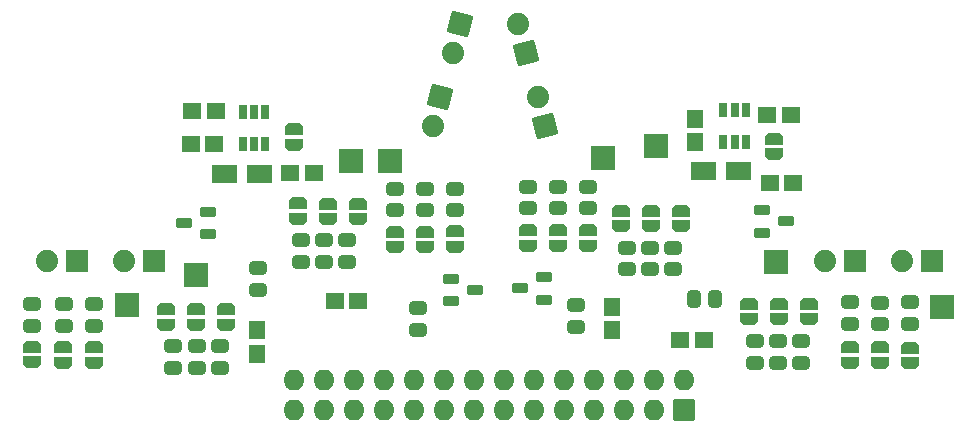
<source format=gbr>
%TF.GenerationSoftware,KiCad,Pcbnew,8.0.0*%
%TF.CreationDate,2024-03-23T23:06:13+02:00*%
%TF.ProjectId,test,74657374-2e6b-4696-9361-645f70636258,rev?*%
%TF.SameCoordinates,Original*%
%TF.FileFunction,Soldermask,Top*%
%TF.FilePolarity,Negative*%
%FSLAX46Y46*%
G04 Gerber Fmt 4.6, Leading zero omitted, Abs format (unit mm)*
G04 Created by KiCad (PCBNEW 8.0.0) date 2024-03-23 23:06:13*
%MOMM*%
%LPD*%
G01*
G04 APERTURE LIST*
G04 Aperture macros list*
%AMRoundRect*
0 Rectangle with rounded corners*
0 $1 Rounding radius*
0 $2 $3 $4 $5 $6 $7 $8 $9 X,Y pos of 4 corners*
0 Add a 4 corners polygon primitive as box body*
4,1,4,$2,$3,$4,$5,$6,$7,$8,$9,$2,$3,0*
0 Add four circle primitives for the rounded corners*
1,1,$1+$1,$2,$3*
1,1,$1+$1,$4,$5*
1,1,$1+$1,$6,$7*
1,1,$1+$1,$8,$9*
0 Add four rect primitives between the rounded corners*
20,1,$1+$1,$2,$3,$4,$5,0*
20,1,$1+$1,$4,$5,$6,$7,0*
20,1,$1+$1,$6,$7,$8,$9,0*
20,1,$1+$1,$8,$9,$2,$3,0*%
%AMFreePoly0*
4,1,35,0.528284,0.778284,0.540000,0.750000,0.540000,-0.750000,0.528284,-0.778284,0.500000,-0.790000,0.000000,-0.790000,-0.012286,-0.784911,-0.071157,-0.784911,-0.082426,-0.783291,-0.218977,-0.743196,-0.229334,-0.738466,-0.349056,-0.661525,-0.357660,-0.654069,-0.450857,-0.546514,-0.457012,-0.536936,-0.516131,-0.407482,-0.519339,-0.396559,-0.539593,-0.255693,-0.540000,-0.250000,-0.540000,0.250000,
-0.539593,0.255693,-0.519339,0.396559,-0.516131,0.407482,-0.457012,0.536936,-0.450857,0.546514,-0.357660,0.654069,-0.349056,0.661525,-0.229334,0.738466,-0.218977,0.743196,-0.082426,0.783291,-0.071157,0.784911,-0.012286,0.784911,0.000000,0.790000,0.500000,0.790000,0.528284,0.778284,0.528284,0.778284,$1*%
%AMFreePoly1*
4,1,35,0.012286,0.784911,0.071157,0.784911,0.082426,0.783291,0.218977,0.743196,0.229334,0.738466,0.349056,0.661525,0.357660,0.654069,0.450857,0.546514,0.457012,0.536936,0.516131,0.407482,0.519339,0.396559,0.539593,0.255693,0.540000,0.250000,0.540000,-0.250000,0.539593,-0.255693,0.519339,-0.396559,0.516131,-0.407482,0.457012,-0.536936,0.450857,-0.546514,0.357660,-0.654069,
0.349056,-0.661525,0.229334,-0.738466,0.218977,-0.743196,0.082426,-0.783291,0.071157,-0.784911,0.012286,-0.784911,0.000000,-0.790000,-0.500000,-0.790000,-0.528284,-0.778284,-0.540000,-0.750000,-0.540000,0.750000,-0.528284,0.778284,-0.500000,0.790000,0.000000,0.790000,0.012286,0.784911,0.012286,0.784911,$1*%
%AMFreePoly2*
4,1,16,0.528284,0.778284,0.533282,0.772188,1.033282,0.022188,1.039223,-0.007845,1.033282,-0.022188,0.533282,-0.772188,0.507845,-0.789223,0.500000,-0.790000,-0.500000,-0.790000,-0.528284,-0.778284,-0.540000,-0.750000,-0.540000,0.750000,-0.528284,0.778284,-0.500000,0.790000,0.500000,0.790000,0.528284,0.778284,0.528284,0.778284,$1*%
G04 Aperture macros list end*
%ADD10FreePoly0,90.000000*%
%ADD11FreePoly1,90.000000*%
%ADD12R,1.500000X1.500000*%
%ADD13FreePoly2,180.000000*%
%ADD14FreePoly2,0.000000*%
%ADD15RoundRect,0.269512X0.470488X-0.282988X0.470488X0.282988X-0.470488X0.282988X-0.470488X-0.282988X0*%
%ADD16RoundRect,0.269512X-0.470488X0.282988X-0.470488X-0.282988X0.470488X-0.282988X0.470488X0.282988X0*%
%ADD17RoundRect,0.269512X-0.282988X-0.470488X0.282988X-0.470488X0.282988X0.470488X-0.282988X0.470488X0*%
%ADD18RoundRect,0.040000X-0.705000X-0.675000X0.705000X-0.675000X0.705000X0.675000X-0.705000X0.675000X0*%
%ADD19RoundRect,0.040000X-1.000000X-1.000000X1.000000X-1.000000X1.000000X1.000000X-1.000000X1.000000X0*%
%ADD20RoundRect,0.040000X0.705000X0.675000X-0.705000X0.675000X-0.705000X-0.675000X0.705000X-0.675000X0*%
%ADD21RoundRect,0.040000X0.900000X0.900000X-0.900000X0.900000X-0.900000X-0.900000X0.900000X-0.900000X0*%
%ADD22C,1.880000*%
%ADD23RoundRect,0.040000X1.102270X-0.636396X0.636396X1.102270X-1.102270X0.636396X-0.636396X-1.102270X0*%
%ADD24FreePoly0,270.000000*%
%ADD25FreePoly1,270.000000*%
%ADD26RoundRect,0.040000X-0.300000X0.550000X-0.300000X-0.550000X0.300000X-0.550000X0.300000X0.550000X0*%
%ADD27RoundRect,0.040000X-0.625000X-0.350000X0.625000X-0.350000X0.625000X0.350000X-0.625000X0.350000X0*%
%ADD28RoundRect,0.040000X0.625000X0.350000X-0.625000X0.350000X-0.625000X-0.350000X0.625000X-0.350000X0*%
%ADD29RoundRect,0.040000X-0.636396X1.102270X-1.102270X-0.636396X0.636396X-1.102270X1.102270X0.636396X0*%
%ADD30RoundRect,0.040000X-0.675000X0.705000X-0.675000X-0.705000X0.675000X-0.705000X0.675000X0.705000X0*%
%ADD31RoundRect,0.040000X0.675000X-0.705000X0.675000X0.705000X-0.675000X0.705000X-0.675000X-0.705000X0*%
%ADD32RoundRect,0.040000X0.850000X-0.850000X0.850000X0.850000X-0.850000X0.850000X-0.850000X-0.850000X0*%
%ADD33O,1.780000X1.780000*%
G04 APERTURE END LIST*
D10*
%TO.C,JP28*%
X213345599Y-45521379D03*
D11*
X213345599Y-44221379D03*
%TD*%
D10*
%TO.C,JP27*%
X172670081Y-44742898D03*
D11*
X172670081Y-43442898D03*
%TD*%
D12*
%TO.C,JP14*%
X169498639Y-47215159D03*
X167098639Y-47215159D03*
D13*
X170298639Y-47215159D03*
D14*
X166298639Y-47215159D03*
%TD*%
D12*
%TO.C,JP13*%
X210060091Y-46955193D03*
X207660091Y-46955193D03*
D13*
X210860091Y-46955193D03*
D14*
X206860091Y-46955193D03*
%TD*%
D15*
%TO.C,R1*%
X186324976Y-50292039D03*
X186324976Y-48467039D03*
%TD*%
D16*
%TO.C,R2*%
X166478154Y-61811222D03*
X166478154Y-63636222D03*
%TD*%
D15*
%TO.C,R3*%
X150523878Y-60073471D03*
X150523878Y-58248471D03*
%TD*%
%TO.C,R4*%
X183168496Y-60383947D03*
X183168496Y-58558947D03*
%TD*%
%TO.C,R5*%
X169670872Y-57012940D03*
X169670872Y-55187940D03*
%TD*%
%TO.C,R6*%
X192524381Y-50129376D03*
X192524381Y-48304376D03*
%TD*%
%TO.C,R7*%
X196603476Y-60165331D03*
X196603476Y-58340331D03*
%TD*%
%TO.C,R8*%
X181244976Y-50292039D03*
X181244976Y-48467039D03*
%TD*%
D16*
%TO.C,R9*%
X177212707Y-52842515D03*
X177212707Y-54667515D03*
%TD*%
%TO.C,R10*%
X200921048Y-53458944D03*
X200921048Y-55283944D03*
%TD*%
D15*
%TO.C,R11*%
X183784976Y-50292039D03*
X183784976Y-48467039D03*
%TD*%
%TO.C,R12*%
X153213624Y-60062760D03*
X153213624Y-58237760D03*
%TD*%
%TO.C,R13*%
X155736343Y-60074279D03*
X155736343Y-58249279D03*
%TD*%
%TO.C,R14*%
X195064381Y-50129376D03*
X195064381Y-48304376D03*
%TD*%
%TO.C,R15*%
X197604381Y-50129376D03*
X197604381Y-48304376D03*
%TD*%
D16*
%TO.C,R16*%
X173265018Y-52836809D03*
X173265018Y-54661809D03*
%TD*%
%TO.C,R17*%
X175241983Y-52841854D03*
X175241983Y-54666854D03*
%TD*%
%TO.C,R18*%
X164467929Y-61808301D03*
X164467929Y-63633301D03*
%TD*%
%TO.C,R19*%
X162447215Y-61808301D03*
X162447215Y-63633301D03*
%TD*%
%TO.C,R20*%
X211732221Y-61357592D03*
X211732221Y-63182592D03*
%TD*%
D17*
%TO.C,R21*%
X206561859Y-57819683D03*
X208386859Y-57819683D03*
%TD*%
D15*
%TO.C,R22*%
X224894143Y-59910658D03*
X224894143Y-58085658D03*
%TD*%
%TO.C,R23*%
X222321647Y-59954632D03*
X222321647Y-58129632D03*
%TD*%
%TO.C,R24*%
X219749151Y-59899697D03*
X219749151Y-58074697D03*
%TD*%
D16*
%TO.C,R25*%
X202875470Y-53457605D03*
X202875470Y-55282605D03*
%TD*%
%TO.C,R26*%
X204826831Y-53457605D03*
X204826831Y-55282605D03*
%TD*%
%TO.C,R27*%
X213702336Y-61354375D03*
X213702336Y-63179375D03*
%TD*%
%TO.C,R28*%
X215662979Y-61354375D03*
X215662979Y-63179375D03*
%TD*%
D18*
%TO.C,C9*%
X212788521Y-42200261D03*
X214788521Y-42200261D03*
%TD*%
%TO.C,C1*%
X176157605Y-57955911D03*
X178157605Y-57955911D03*
%TD*%
D19*
%TO.C,TP5*%
X198850987Y-45871692D03*
%TD*%
%TO.C,TP1*%
X177495182Y-46137808D03*
%TD*%
D18*
%TO.C,C8*%
X212994540Y-47967358D03*
X214994540Y-47967358D03*
%TD*%
D19*
%TO.C,TP4*%
X158577599Y-58268183D03*
%TD*%
D10*
%TO.C,JP21*%
X202898175Y-51641425D03*
D11*
X202898175Y-50341425D03*
%TD*%
D20*
%TO.C,C6*%
X207418225Y-61284732D03*
X205418225Y-61284732D03*
%TD*%
D10*
%TO.C,JP22*%
X205438175Y-51641425D03*
D11*
X205438175Y-50341425D03*
%TD*%
D18*
%TO.C,C12*%
X172387391Y-47144562D03*
X174387391Y-47144562D03*
%TD*%
D20*
%TO.C,C10*%
X165953190Y-44644623D03*
X163953190Y-44644623D03*
%TD*%
D10*
%TO.C,JP25*%
X216276393Y-59508259D03*
D11*
X216276393Y-58208259D03*
%TD*%
D21*
%TO.C,CGQ2*%
X160825200Y-54559030D03*
D22*
X158285200Y-54559030D03*
%TD*%
D21*
%TO.C,U4*%
X226680404Y-54574658D03*
D22*
X224140404Y-54574658D03*
%TD*%
D10*
%TO.C,JP15*%
X175574187Y-51012991D03*
D11*
X175574187Y-49712991D03*
%TD*%
D23*
%TO.C,CGQ3*%
X193991153Y-43176498D03*
D22*
X193333753Y-40723046D03*
%TD*%
D19*
%TO.C,TP7*%
X213552848Y-54632582D03*
%TD*%
D10*
%TO.C,JP20*%
X166986485Y-59973073D03*
D11*
X166986485Y-58673073D03*
%TD*%
D24*
%TO.C,JP7*%
X150523881Y-61868402D03*
D25*
X150523881Y-63168402D03*
%TD*%
D26*
%TO.C,U5*%
X209051087Y-44498323D03*
X210001087Y-44498323D03*
X210951087Y-44498323D03*
X210951087Y-41798323D03*
X210001087Y-41798323D03*
X209051087Y-41798323D03*
%TD*%
D27*
%TO.C,Q3*%
X193845106Y-57844032D03*
X193845106Y-55944032D03*
X191845106Y-56894032D03*
%TD*%
D19*
%TO.C,TP8*%
X227548922Y-58444061D03*
%TD*%
D28*
%TO.C,Q1*%
X186021166Y-56088458D03*
X186021166Y-57988458D03*
X188021166Y-57038458D03*
%TD*%
D10*
%TO.C,JP18*%
X164423382Y-59968028D03*
D11*
X164423382Y-58668028D03*
%TD*%
D19*
%TO.C,TP2*%
X164406353Y-55779019D03*
%TD*%
D24*
%TO.C,JP10*%
X224888835Y-61920004D03*
D25*
X224888835Y-63220004D03*
%TD*%
D24*
%TO.C,JP6*%
X183777636Y-52093571D03*
D25*
X183777636Y-53393571D03*
%TD*%
D21*
%TO.C,CGQ4*%
X220223258Y-54580179D03*
D22*
X217683258Y-54580179D03*
%TD*%
D23*
%TO.C,U3*%
X192309943Y-36940771D03*
D22*
X191652543Y-34487319D03*
%TD*%
D18*
%TO.C,C11*%
X164067315Y-41884507D03*
X166067315Y-41884507D03*
%TD*%
D19*
%TO.C,TP3*%
X203320966Y-44875525D03*
%TD*%
D29*
%TO.C,U1*%
X186784954Y-34473617D03*
D22*
X186127554Y-36927069D03*
%TD*%
D11*
%TO.C,JP24*%
X213736393Y-58208259D03*
D10*
X213736393Y-59508259D03*
%TD*%
D19*
%TO.C,TP6*%
X180805512Y-46137808D03*
%TD*%
D30*
%TO.C,C3*%
X199614140Y-58447197D03*
X199614140Y-60447197D03*
%TD*%
D10*
%TO.C,JP16*%
X173014404Y-51007547D03*
D11*
X173014404Y-49707547D03*
%TD*%
D29*
%TO.C,CGQ1*%
X185103013Y-40711603D03*
D22*
X184445613Y-43165055D03*
%TD*%
D21*
%TO.C,U2*%
X154311726Y-54563040D03*
D22*
X151771726Y-54563040D03*
%TD*%
D24*
%TO.C,JP2*%
X192524381Y-51970813D03*
D25*
X192524381Y-53270813D03*
%TD*%
D26*
%TO.C,U6*%
X168378866Y-44630959D03*
X169328866Y-44630959D03*
X170278866Y-44630959D03*
X170278866Y-41930959D03*
X169328866Y-41930959D03*
X168378866Y-41930959D03*
%TD*%
D30*
%TO.C,C2*%
X169568741Y-60435233D03*
X169568741Y-62435233D03*
%TD*%
D24*
%TO.C,JP4*%
X186317633Y-52067653D03*
D25*
X186317633Y-53367653D03*
%TD*%
D24*
%TO.C,JP11*%
X222321647Y-61899115D03*
D25*
X222321647Y-63199115D03*
%TD*%
D24*
%TO.C,JP1*%
X197612196Y-51981499D03*
D25*
X197612196Y-53281499D03*
%TD*%
D24*
%TO.C,JP8*%
X153167552Y-61890238D03*
D25*
X153167552Y-63190238D03*
%TD*%
D24*
%TO.C,JP9*%
X155733468Y-61892279D03*
D25*
X155733468Y-63192279D03*
%TD*%
D10*
%TO.C,JP17*%
X178137291Y-51012991D03*
D11*
X178137291Y-49712991D03*
%TD*%
D24*
%TO.C,JP12*%
X219749151Y-61899115D03*
D25*
X219749151Y-63199115D03*
%TD*%
D24*
%TO.C,JP5*%
X181237638Y-52119489D03*
D25*
X181237638Y-53419489D03*
%TD*%
D27*
%TO.C,Q2*%
X165430678Y-52315083D03*
X165430678Y-50415083D03*
X163430678Y-51365083D03*
%TD*%
D28*
%TO.C,Q4*%
X212371010Y-50268217D03*
X212371010Y-52168217D03*
X214371010Y-51218217D03*
%TD*%
D10*
%TO.C,JP23*%
X200358175Y-51641425D03*
D11*
X200358175Y-50341425D03*
%TD*%
D10*
%TO.C,JP19*%
X161860677Y-59968028D03*
D11*
X161860677Y-58668028D03*
%TD*%
D24*
%TO.C,JP3*%
X195070139Y-51970813D03*
D25*
X195070139Y-53270813D03*
%TD*%
D31*
%TO.C,C7*%
X206663647Y-44541154D03*
X206663647Y-42541154D03*
%TD*%
D10*
%TO.C,JP26*%
X211196393Y-59508259D03*
D11*
X211196393Y-58208259D03*
%TD*%
D32*
%TO.C,J1*%
X205730422Y-67212480D03*
D33*
X205730422Y-64672480D03*
X203190422Y-67212480D03*
X203190422Y-64672480D03*
X200650422Y-67212480D03*
X200650422Y-64672480D03*
X198110422Y-67212480D03*
X198110422Y-64672480D03*
X195570422Y-67212480D03*
X195570422Y-64672480D03*
X193030422Y-67212480D03*
X193030422Y-64672480D03*
X190490422Y-67212480D03*
X190490422Y-64672480D03*
X187950422Y-67212480D03*
X187950422Y-64672480D03*
X185410422Y-67212480D03*
X185410422Y-64672480D03*
X182870422Y-67212480D03*
X182870422Y-64672480D03*
X180330422Y-67212480D03*
X180330422Y-64672480D03*
X177790422Y-67212480D03*
X177790422Y-64672480D03*
X175250422Y-67212480D03*
X175250422Y-64672480D03*
X172710422Y-67212480D03*
X172710422Y-64672480D03*
%TD*%
M02*

</source>
